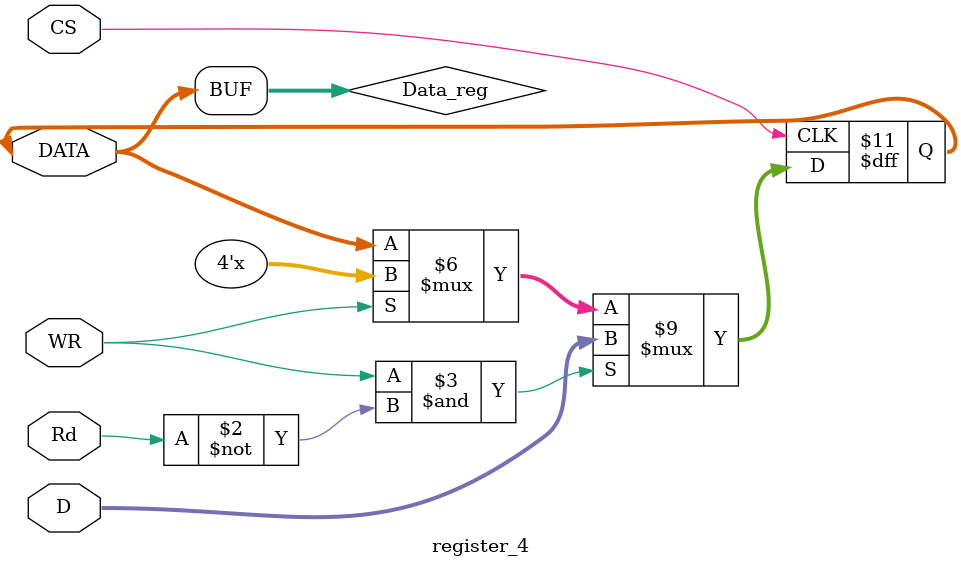
<source format=v>
`timescale 1ns / 1ps


module register_4(    input [3:0]D,

input Rd,
input WR,
input CS,
inout [3:0]DATA
);
reg [3:0]Data_reg;//Ó³Ïñ¼Ä´æÆ÷

always@(posedge CS)
if(WR & ~Rd)   Data_reg <= D;
else if(~WR) Data_reg<=Data_reg;
else Data_reg<=4'bz;
assign DATA = Data_reg;
endmodule

</source>
